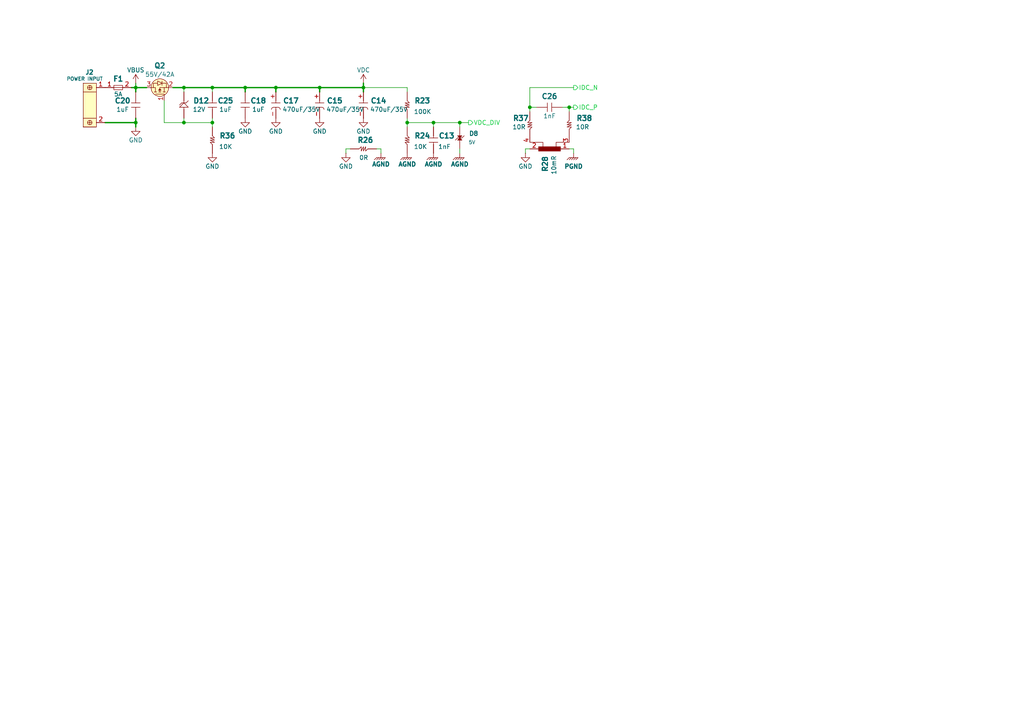
<source format=kicad_sch>
(kicad_sch (version 20231120) (generator "eeschema") (generator_version "8.0")
  (paper "A4")
  (title_block (title "THREE-PHASE MOTOR DRIVER") (date "2024-10-20") (rev "0.0") (company "SAMPI DEVELOPMENT KITS"))
  (lib_symbols
    (symbol "Liem:DIODE-ZEN" (pin_numbers hide) (pin_names hide)
      (property "Reference" "D" (at 3.81 0 0))
      (property "Value" "DIODE-ZEN" (at 3.81 -2.54 0))
      (symbol "DIODE-ZEN_0_1"
        (polyline (pts (xy 2.54 -5.08) (xy 3.175 -5.08)))
        (polyline (pts (xy 3.175 -3.81) (xy 3.175 -6.35)))
        (polyline (pts (xy 4.445 -5.715) (xy 5.08 -6.35)))
        (polyline (pts (xy 4.445 -5.08) (xy 5.08 -5.08)))
        (polyline (pts (xy 4.445 -4.445) (xy 3.81 -3.81)))
        (polyline (pts (xy 4.445 -4.445) (xy 4.445 -5.715)))
        (polyline (pts (xy 3.175 -3.81) (xy 4.445 -5.08) (xy 3.175 -6.35)))
      )
      (symbol "DIODE-ZEN_1_1"
        (pin bidirectional line (at 0 -5.08 0) (length 2.54) (name "A") (number "A"))
        (pin bidirectional line (at 7.62 -5.08 180) (length 2.54) (name "K") (number "K"))
      )
    )
    (symbol "Liem:FET_P-CH" (pin_names hide)
      (property "Reference" "Q" (at 6.985 -2.5399 0))
      (property "Value" "MFET P" (at 6.985 -5.0799 0))
      (symbol "FET_P-CH_0_1"
        (polyline (pts (xy 2.54 -5.461) (xy 2.54 -4.699)))
        (polyline (pts (xy 2.54 -3.429) (xy 2.54 -4.191)))
        (polyline (pts (xy 2.54 -2.159) (xy 2.54 -2.921)))
        (polyline (pts (xy 4.445 -4.445) (xy 5.715 -4.445)))
        (polyline (pts (xy 4.445 -3.175) (xy 5.715 -3.175)))
        (polyline (pts (xy 1.27 -5.08) (xy 1.905 -5.08) (xy 1.905 -2.54)))
        (polyline (pts (xy 2.54 -3.81) (xy 3.81 -3.81) (xy 3.81 -5.08)))
        (polyline (pts (xy 3.81 -6.35) (xy 3.81 -5.08) (xy 2.54 -5.08)))
        (polyline (pts (xy 3.81 -5.715) (xy 5.08 -5.715) (xy 5.08 -4.445)))
        (polyline (pts (xy 3.81 -1.905) (xy 5.08 -1.905) (xy 5.08 -3.175)))
        (polyline (pts (xy 3.81 -1.27) (xy 3.81 -2.54) (xy 2.54 -2.54)))
        (polyline (pts (xy 4.445 -3.175) (xy 5.08 -4.445) (xy 5.715 -3.175)))
      )
      (symbol "FET_P-CH_1_1"
        (polyline (pts (xy 3.048 -3.429) (xy 3.048 -4.191) (xy 3.429 -3.81) (xy 3.048 -3.429)) (fill (type outline)))
        (circle (center 3.81 -3.81) (radius 2.54) (fill (type background)))
        (pin bidirectional line (at 0 -5.08 0) (length 1.27) (name "G") (number "1"))
        (pin bidirectional line (at 3.81 -7.62 90) (length 1.27) (name "S") (number "2"))
        (pin bidirectional line (at 3.81 0 270) (length 1.27) (name "D") (number "3"))
      )
    )
    (symbol "Liem:SIL02" (pin_names hide)
      (property "Reference" "J" (at 5.08 -7.6199 0))
      (property "Value" "SIL02" (at 5.08 -10.16 0))
      (symbol "SIL02_0_1"
        (polyline (pts (xy 0.635 -12.7) (xy 4.445 -12.7)))
        (polyline (pts (xy 0.635 -5.08) (xy 4.445 -5.08)))
        (polyline (pts (xy 1.905 -13.97) (xy 3.175 -13.97)))
        (polyline (pts (xy 1.905 -3.81) (xy 3.175 -3.81)))
        (polyline (pts (xy 2.54 -13.335) (xy 2.54 -14.605)))
        (polyline (pts (xy 2.54 -3.175) (xy 2.54 -4.445)))
        (polyline (pts (xy 4.445 -15.24) (xy 0.635 -15.24)))
        (circle (center 2.54 -13.97) (radius 0.635))
        (circle (center 2.54 -3.81) (radius 0.635))
      )
      (symbol "SIL02_1_1"
        (rectangle (start 0.635 -2.54) (end 4.445 -15.24) (fill (type background)))
        (pin bidirectional line (at -1.905 -3.81 0) (length 2.54) (name "1") (number "1"))
        (pin bidirectional line (at -1.905 -13.97 0) (length 2.54) (name "2") (number "2"))
      )
    )
    (symbol "SAMPI:AGND" (power) (pin_names (offset 0))
      (property "Value" "AGND" (at 0 -3.175 0))
      (symbol "AGND_0_1"
        (polyline (pts (xy -1.27 -1.27) (xy -1.905 -1.905)))
        (polyline (pts (xy -1.27 -1.27) (xy 1.27 -1.27)))
        (polyline (pts (xy -0.635 -1.27) (xy -1.27 -1.905)))
        (polyline (pts (xy 0 -1.27) (xy -0.635 -1.905)))
        (polyline (pts (xy 0 0) (xy 0 -1.27)))
        (polyline (pts (xy 0.635 -1.27) (xy 0 -1.905)))
        (polyline (pts (xy 1.27 -1.27) (xy 0.635 -1.905)))
      )
      (symbol "AGND_1_1"
        (pin power_in line (at 0 0 90) (length 0) hide (name "AGND") (number "1"))
      )
    )
    (symbol "SAMPI:CERCAP" (pin_numbers hide) (pin_names hide)
      (property "Reference" "C" (at -1.905 1.905 0))
      (property "Value" "CerCap" (at -1.905 0 0))
      (symbol "CERCAP_0_1"
        (polyline (pts (xy 0 -2.54) (xy 0.635 -2.54)))
        (polyline (pts (xy 0.635 -1.27) (xy 0.635 -3.81)))
        (polyline (pts (xy 1.905 -2.54) (xy 2.54 -2.54)))
        (polyline (pts (xy 1.905 -1.27) (xy 1.905 -3.81)))
      )
      (symbol "CERCAP_1_1"
        (pin bidirectional line (at -2.54 -2.54 0) (length 2.54) (name "1") (number "1"))
        (pin bidirectional line (at 5.08 -2.54 180) (length 2.54) (name "2") (number "2"))
      )
    )
    (symbol "SAMPI:ELECCAP" (pin_names hide)
      (property "Reference" "C" (at -1.905 1.905 0))
      (property "Value" "Cer Cap" (at -1.905 0 0))
      (symbol "ELECCAP_0_1"
        (polyline (pts (xy 0.635 -1.27) (xy 0.635 -3.81)))
        (arc (start 2.54 -1.27) (mid 2.091 -1.456) (end 1.905 -1.905))
      )
      (symbol "ELECCAP_1_1"
        (polyline (pts (xy 0.635 -2.54) (xy 0 -2.54)))
        (polyline (pts (xy 1.905 -3.175) (xy 1.905 -1.905)))
        (polyline (pts (xy 2.54 -2.54) (xy 1.905 -2.54)))
        (arc (start 1.905 -3.175) (mid 2.091 -3.624) (end 2.54 -3.81))
        (pin bidirectional line (at -2.54 -2.54 0) (length 2.54) (name "+") (number "+"))
        (pin bidirectional line (at 5.08 -2.54 180) (length 2.54) (name "-") (number "-"))
      )
    )
    (symbol "SAMPI:FUSE" (pin_names hide)
      (property "Reference" "F" (at 0 1.905 0))
      (property "Value" "10A" (at 0.635 0 0))
      (symbol "FUSE_0_1"
        (rectangle (start -0.635 -1.905) (end 1.905 -3.175))
        (polyline (pts (xy 1.905 -2.54) (xy -0.635 -2.54)))
      )
      (symbol "FUSE_1_1"
        (pin bidirectional line (at -3.175 -2.54 0) (length 2.54) (name "1") (number "1"))
        (pin bidirectional line (at 4.445 -2.54 180) (length 2.54) (name "2") (number "2"))
      )
    )
    (symbol "SAMPI:PGND" (power) (pin_names (offset 0))
      (property "Value" "PGND" (at 0 -3.175 0))
      (symbol "PGND_0_1"
        (polyline (pts (xy -1.27 -1.27) (xy -1.905 -1.905)))
        (polyline (pts (xy -1.27 -1.27) (xy 1.27 -1.27)))
        (polyline (pts (xy -0.635 -1.27) (xy -1.27 -1.905)))
        (polyline (pts (xy 0 -1.27) (xy -0.635 -1.905)))
        (polyline (pts (xy 0 0) (xy 0 -1.27)))
        (polyline (pts (xy 0.635 -1.27) (xy 0 -1.905)))
        (polyline (pts (xy 1.27 -1.27) (xy 0.635 -1.905)))
      )
      (symbol "PGND_1_1"
        (pin power_in line (at 0 0 90) (length 0) hide (name "PGND") (number "1"))
      )
    )
    (symbol "SAMPI:RES" (pin_numbers hide) (pin_names hide)
      (property "Reference" "R" (at 0 1.905 0))
      (property "Value" "RES" (at 0 0 0))
      (symbol "RES_0_1"
        (polyline (pts (xy 0 -2.54) (xy 0.635 -1.905) (xy 0.635 -3.175) (xy 1.27 -1.905) (xy 1.27 -3.175) (xy 1.905 -1.905) (xy 1.905 -3.175) (xy 2.54 -2.54)))
      )
      (symbol "RES_1_1"
        (pin bidirectional line (at -2.54 -2.54 0) (length 2.54) (name "1") (number "1"))
        (pin bidirectional line (at 5.08 -2.54 180) (length 2.54) (name "2") (number "2"))
      )
    )
    (symbol "SAMPI:SHUNT" (pin_names hide)
      (property "Reference" "R" (at 0 0 0))
      (property "Value" "SHUNT" (at 0 -1.905 0))
      (symbol "SHUNT_0_1"
        (polyline (pts (xy -2.54 -6.35) (xy 1.27 -6.35) (xy 1.27 -5.08)))
        (polyline (pts (xy 8.89 -6.35) (xy 5.08 -6.35) (xy 5.08 -5.08)))
      )
      (symbol "SHUNT_1_1"
        (rectangle (start 0 -3.81) (end 6.35 -5.08) (fill (type outline)))
        (pin passive line (at -2.54 -4.445 0) (length 2.54) (name "1") (number "1"))
        (pin passive line (at 8.89 -4.445 180) (length 2.54) (name "2") (number "2"))
        (pin passive line (at -2.54 -7.62 90) (length 1.27) (name "3") (number "3"))
        (pin passive line (at 8.89 -7.62 90) (length 1.27) (name "4") (number "4"))
      )
    )
    (symbol "SAMPI:TVS" (pin_numbers hide) (pin_names hide)
      (property "Reference" "D" (at 0 0 0))
      (property "Value" "TVS" (at 0 -1.905 0))
      (symbol "TVS_0_1"
        (polyline (pts (xy 1.905 0) (xy 1.27 -0.635)))
        (polyline (pts (xy 3.175 0) (xy 1.905 0)))
        (polyline (pts (xy 3.175 0) (xy 3.81 0.635)))
      )
      (symbol "TVS_1_1"
        (polyline (pts (xy 2.54 0) (xy 3.175 -0.635) (xy 1.905 -0.635) (xy 2.54 0)) (fill (type outline)))
        (polyline (pts (xy 2.54 0) (xy 3.175 0.635) (xy 1.905 0.635) (xy 2.54 0)) (fill (type outline)))
        (pin passive line (at 2.54 3.175 270) (length 2.54) (name "1") (number "1"))
        (pin passive line (at 2.54 -3.175 90) (length 2.54) (name "2") (number "2"))
      )
    )
    (symbol "power:GND" (power) (pin_numbers hide) (pin_names (offset 0) hide)
      (property "Value" "GND" (at 0 -3.81 0))
      (symbol "GND_0_1"
        (polyline (pts (xy 0 0) (xy 0 -1.27) (xy 1.27 -1.27) (xy 0 -2.54) (xy -1.27 -1.27) (xy 0 -1.27)))
      )
      (symbol "GND_1_1"
        (pin power_in line (at 0 0 270) (length 0) (name "~") (number "1"))
      )
    )
    (symbol "power:VBUS" (power) (pin_numbers hide) (pin_names (offset 0) hide)
      (property "Value" "VBUS" (at 0 3.556 0))
      (symbol "VBUS_0_1"
        (polyline (pts (xy -0.762 1.27) (xy 0 2.54)))
        (polyline (pts (xy 0 0) (xy 0 2.54)))
        (polyline (pts (xy 0 2.54) (xy 0.762 1.27)))
      )
      (symbol "VBUS_1_1"
        (pin power_in line (at 0 0 90) (length 0) (name "~") (number "1"))
      )
    )
    (symbol "power:VDC" (power) (pin_numbers hide) (pin_names (offset 0) hide)
      (property "Value" "VDC" (at 0 3.556 0))
      (symbol "VDC_0_1"
        (polyline (pts (xy -0.762 1.27) (xy 0 2.54)))
        (polyline (pts (xy 0 0) (xy 0 2.54)))
        (polyline (pts (xy 0 2.54) (xy 0.762 1.27)))
      )
      (symbol "VDC_1_1"
        (pin power_in line (at 0 0 90) (length 0) (name "~") (number "1"))
      )
    )
  )
  (junction (at 71.12 25.4))
  (junction (at 61.595 25.4))
  (junction (at 61.595 35.56))
  (junction (at 153.67 31.115))
  (junction (at 92.71 25.4))
  (junction (at 165.1 31.115))
  (junction (at 125.73 35.56))
  (junction (at 53.34 25.4))
  (junction (at 39.37 35.56))
  (junction (at 118.11 35.56))
  (junction (at 80.01 25.4))
  (junction (at 53.34 35.56))
  (junction (at 39.37 25.4))
  (junction (at 133.35 35.56))
  (junction (at 105.41 25.4))
  (wire (pts (xy 39.37 35.56) (xy 39.37 36.83)) (stroke (width 0.381)))
  (wire (pts (xy 92.71 25.4) (xy 80.01 25.4)) (stroke (width 0.381)))
  (wire (pts (xy 118.11 26.67) (xy 118.11 25.4)))
  (wire (pts (xy 53.34 35.56) (xy 61.595 35.56)))
  (wire (pts (xy 61.595 35.56) (xy 61.595 34.29)))
  (wire (pts (xy 30.48 35.56) (xy 39.37 35.56)) (stroke (width 0.381)))
  (wire (pts (xy 105.41 26.67) (xy 105.41 25.4)) (stroke (width 0.381)))
  (wire (pts (xy 47.625 35.56) (xy 53.34 35.56)))
  (wire (pts (xy 61.595 35.56) (xy 61.595 36.83)))
  (wire (pts (xy 125.73 35.56) (xy 125.73 36.83)))
  (wire (pts (xy 118.11 35.56) (xy 125.73 35.56)))
  (wire (pts (xy 163.195 31.115) (xy 165.1 31.115)))
  (wire (pts (xy 155.575 31.115) (xy 153.67 31.115)))
  (wire (pts (xy 100.33 43.18) (xy 101.6 43.18)))
  (wire (pts (xy 125.73 35.56) (xy 133.35 35.56)))
  (wire (pts (xy 133.35 35.56) (xy 133.35 36.83)))
  (wire (pts (xy 50.165 25.4) (xy 53.34 25.4)) (stroke (width 0.381)))
  (wire (pts (xy 39.37 25.4) (xy 42.545 25.4)) (stroke (width 0.381)))
  (wire (pts (xy 47.625 29.21) (xy 47.625 35.56)))
  (wire (pts (xy 71.12 25.4) (xy 71.12 26.67)) (stroke (width 0.381)))
  (wire (pts (xy 133.35 44.45) (xy 133.35 43.18)))
  (wire (pts (xy 165.1 31.115) (xy 166.37 31.115)))
  (wire (pts (xy 105.41 25.4) (xy 92.71 25.4)) (stroke (width 0.381)))
  (wire (pts (xy 110.49 43.18) (xy 110.49 44.45)))
  (wire (pts (xy 39.37 24.13) (xy 39.37 25.4)) (stroke (width 0.254)))
  (wire (pts (xy 165.1 43.18) (xy 166.37 43.18)))
  (wire (pts (xy 109.22 43.18) (xy 110.49 43.18)))
  (wire (pts (xy 92.71 26.67) (xy 92.71 25.4)) (stroke (width 0.381)))
  (wire (pts (xy 53.34 35.56) (xy 53.34 34.29)))
  (wire (pts (xy 153.67 25.4) (xy 153.67 31.115)))
  (wire (pts (xy 61.595 25.4) (xy 71.12 25.4)) (stroke (width 0.381)))
  (wire (pts (xy 71.12 25.4) (xy 80.01 25.4)) (stroke (width 0.381)))
  (wire (pts (xy 53.34 25.4) (xy 61.595 25.4)) (stroke (width 0.381)))
  (wire (pts (xy 61.595 25.4) (xy 61.595 26.67)))
  (wire (pts (xy 105.41 24.13) (xy 105.41 25.4)) (stroke (width 0.381)))
  (wire (pts (xy 118.11 25.4) (xy 105.41 25.4)))
  (wire (pts (xy 153.67 31.115) (xy 153.67 32.385)))
  (wire (pts (xy 165.1 31.115) (xy 165.1 32.385)))
  (wire (pts (xy 166.37 43.18) (xy 166.37 44.45)))
  (wire (pts (xy 53.34 25.4) (xy 53.34 26.67)))
  (wire (pts (xy 133.35 35.56) (xy 135.89 35.56)))
  (wire (pts (xy 100.33 44.45) (xy 100.33 43.18)))
  (wire (pts (xy 152.4 44.45) (xy 152.4 43.18)))
  (wire (pts (xy 166.37 25.4) (xy 153.67 25.4)))
  (wire (pts (xy 118.11 36.83) (xy 118.11 35.56)))
  (wire (pts (xy 118.11 35.56) (xy 118.11 34.29)))
  (wire (pts (xy 80.01 26.67) (xy 80.01 25.4)) (stroke (width 0.381)))
  (wire (pts (xy 39.37 34.29) (xy 39.37 35.56)) (stroke (width 0.381)))
  (wire (pts (xy 152.4 43.18) (xy 153.67 43.18)))
  (wire (pts (xy 38.1 25.4) (xy 39.37 25.4)) (stroke (width 0.381)))
  (wire (pts (xy 39.37 25.4) (xy 39.37 26.67)) (stroke (width 0.381)))
  (hierarchical_label "VDC_DIV" (shape output) (at 135.89 35.56 0))
  (hierarchical_label "IDC_P" (shape output) (at 166.37 31.115 0))
  (hierarchical_label "IDC_N" (shape output) (at 166.37 25.4 0))
  (symbol (lib_id "SAMPI:ELECCAP") (at 107.95 29.21 270) (unit 1)
    (property "Reference" "C14" (at 107.315 29.2099 90) (effects (font (size 1.5 1.5) (bold yes)) (justify left)))
    (property "Value" "470uF/35V" (at 107.315 31.7499 90) (effects (justify left)))
    (property "Footprint" "SAMPI:CAP_ELEC-10.3x10.3-DIA10" (effects (hide yes)))
    (property "Description" "CAP ALUM 470UF 20% 35V SMD" (effects (hide yes)))
    (property "MFT" "Panasonic" (effects (hide yes)))
    (property "MNP" "EEE-FN1V471UL" (effects (hide yes)))
  )
  (symbol (lib_id "SAMPI:SHUNT") (at 162.56 47.625 180) (unit 1)
    (property "Reference" "R28" (at 158.1149 45.085 90) (effects (font (size 1.5 1.5) (bold yes)) (justify left)))
    (property "Value" "10mR" (at 160.6549 45.085 90) (effects (justify left)))
    (property "Footprint" "SAMPI:SHUNT_1206" (effects (hide yes)))
    (property "Description" "RES 10 OHM 5% 1/10W 0603" (effects (hide yes)))
    (property "MFT" "Yageo" (effects (hide yes)))
    (property "MNP" "RC0603JR-0710RL" (effects (hide yes)))
  )
  (symbol (lib_id "SAMPI:RES") (at 151.13 34.925 90) (mirror x) (unit 1)
    (property "Reference" "R37" (at 148.59 34.29 90) (effects (font (size 1.5 1.5) (bold yes)) (justify right)))
    (property "Value" "10R" (at 148.59 36.83 90) (effects (justify right)))
    (property "Footprint" "SAMPI:RES0603" (effects (hide yes)))
    (property "Description" "RES 0.01 OHM 1% 1W 1206" (effects (hide yes)))
    (property "MFT" "Yageo" (effects (hide yes)))
    (property "MNP" "PE1206FKF470R01Z" (effects (hide yes)))
  )
  (symbol (lib_id "SAMPI:FUSE") (at 33.655 22.86 0) (unit 1)
    (property "Reference" "F1" (at 34.29 22.86 0) (effects (font (size 1.5 1.5) (bold yes))))
    (property "Value" "5A" (at 34.29 27.305 0))
  )
  (symbol (lib_id "SAMPI:ELECCAP") (at 82.55 29.21 270) (unit 1)
    (property "Reference" "C17" (at 81.915 29.2099 90) (effects (font (size 1.5 1.5) (bold yes)) (justify left)))
    (property "Value" "470uF/35V" (at 81.915 31.7499 90) (effects (justify left)))
    (property "Footprint" "SAMPI:CAP_ELEC-10.3x10.3-DIA10" (effects (hide yes)))
    (property "Description" "CAP ALUM 470UF 20% 35V SMD" (effects (hide yes)))
    (property "MFT" "Panasonic" (effects (hide yes)))
    (property "MNP" "EEE-FN1V471UL" (effects (hide yes)))
  )
  (symbol (lib_id "power:GND") (at 100.33 44.45 0) (unit 1)
    (property "Reference" "#PWR048" (effects (hide yes)))
    (property "Value" "GND" (at 100.33 48.26 0))
    (property "Description" "Power symbol creates a global label with name \"GND\" , ground" (effects (hide yes)))
  )
  (symbol (lib_id "SAMPI:RES") (at 106.68 45.72 180) (unit 1)
    (property "Reference" "R26" (at 103.505 40.64 0) (effects (font (size 1.5 1.5) (bold yes)) (justify right)))
    (property "Value" "0R" (at 104.14 45.72 0) (effects (justify right)))
    (property "Footprint" "SAMPI:RES0603" (effects (hide yes)))
    (property "Description" "RES 0 OHM JUMPER 1/10W 0603" (effects (hide yes)))
    (property "MFT" "Yageo" (effects (hide yes)))
    (property "MNP" "RC0603JR-070RL" (effects (hide yes)))
  )
  (symbol (lib_id "power:VDC") (at 105.41 24.13 0) (mirror y) (unit 1)
    (property "Reference" "#PWR031" (effects (hide yes)))
    (property "Value" "VDC" (at 105.41 20.32 0))
    (property "Description" "Power symbol creates a global label with name \"VDC\"" (effects (hide yes)))
  )
  (symbol (lib_id "SAMPI:RES") (at 162.56 34.925 90) (mirror x) (unit 1)
    (property "Reference" "R38" (at 167.005 34.29 90) (effects (font (size 1.5 1.5) (bold yes)) (justify right)))
    (property "Value" "10R" (at 167.005 36.83 90) (effects (justify right)))
    (property "Footprint" "SAMPI:RES0603" (effects (hide yes)))
    (property "Description" "RES 0.01 OHM 1% 1W 1206" (effects (hide yes)))
    (property "MFT" "Yageo" (effects (hide yes)))
    (property "MNP" "PE1206FKF470R01Z" (effects (hide yes)))
  )
  (symbol (lib_id "SAMPI:ELECCAP") (at 95.25 29.21 270) (unit 1)
    (property "Reference" "C15" (at 94.615 29.2099 90) (effects (font (size 1.5 1.5) (bold yes)) (justify left)))
    (property "Value" "470uF/35V" (at 94.615 31.7499 90) (effects (justify left)))
    (property "Footprint" "SAMPI:CAP_ELEC-10.3x10.3-DIA10" (effects (hide yes)))
    (property "Description" "CAP ALUM 470UF 20% 35V SMD" (effects (hide yes)))
    (property "MFT" "Panasonic" (effects (hide yes)))
    (property "MNP" "EEE-FN1V471UL" (effects (hide yes)))
  )
  (symbol (lib_id "SAMPI:CERCAP") (at 123.19 41.91 90) (unit 1)
    (property "Reference" "C13" (at 129.54 39.37 90) (effects (font (size 1.5 1.5) (bold yes))))
    (property "Value" "1nF" (at 128.905 42.545 90))
    (property "Footprint" "SAMPI:CAP0603" (effects (hide yes)))
    (property "Description" "CAP CER 1000PF 50V C0G/NP0 0603" (effects (hide yes)))
    (property "MFT" "Samsung" (effects (hide yes)))
    (property "MNP" "CL10C102JB8NNNC" (effects (hide yes)))
  )
  (symbol (lib_id "Liem:DIODE-ZEN") (at 48.26 34.29 90) (unit 1)
    (property "Reference" "D12" (at 55.88 29.2099 90) (effects (font (size 1.5 1.5) (bold yes)) (justify right)))
    (property "Value" "12V" (at 55.88 31.7499 90) (effects (justify right)))
    (property "Footprint" "SAMPI:SOD-123" (effects (hide yes)))
    (property "Description" "DIODE ZENER 24V 500MW SOD123" (effects (hide yes)))
    (property "MFT" "Onsemi" (effects (hide yes)))
    (property "MNP" "MMSZ5252BT1G" (effects (hide yes)))
  )
  (symbol (lib_id "SAMPI:RES") (at 115.57 41.91 90) (unit 1)
    (property "Reference" "R24" (at 120.015 39.37 90) (effects (font (size 1.5 1.5) (bold yes)) (justify right)))
    (property "Value" "10K" (at 120.015 42.545 90) (effects (justify right)))
    (property "Footprint" "SAMPI:RES0603" (effects (hide yes)))
    (property "Description" "RES 10K OHM 5% 1/10W 0603" (effects (hide yes)))
    (property "MFT" "Yageo" (effects (hide yes)))
    (property "MNP" "RC0603JR-0710KL" (effects (hide yes)))
  )
  (symbol (lib_id "SAMPI:AGND") (at 125.73 44.45 0) (unit 1)
    (property "Reference" "#PWR027" (effects (hide yes)))
    (property "Value" "AGND" (at 125.73 47.625 0) (effects (font (bold yes))))
    (property "Description" "Power symbol creates a global label with name \"AGND\"" (effects (hide yes)))
  )
  (symbol (lib_id "Liem:SIL02") (at 28.575 21.59 0) (mirror y) (unit 1)
    (property "Reference" "J2" (at 27.305 20.955 0) (effects (font (bold yes)) (justify left)))
    (property "Value" "POWER INPUT" (at 29.845 22.86 0) (effects (font (size 1.016 1.016)) (justify left)))
    (property "Footprint" "SAMPI:TB-1x2x5.08-THRA" (effects (hide yes)))
    (property "Description" "TERM BLOCK HDR 2POS 90DEG 5.08MM" (effects (hide yes)))
    (property "MFT" "Würth Elektronik" (effects (hide yes)))
    (property "MNP" "691312510002" (effects (hide yes)))
  )
  (symbol (lib_id "SAMPI:AGND") (at 110.49 44.45 0) (unit 1)
    (property "Reference" "#PWR042" (effects (hide yes)))
    (property "Value" "AGND" (at 110.49 47.625 0) (effects (font (bold yes))))
    (property "Description" "Power symbol creates a global label with name \"AGND\"" (effects (hide yes)))
  )
  (symbol (lib_id "SAMPI:PGND") (at 166.37 44.45 0) (unit 1)
    (property "Reference" "#PWR013" (effects (hide yes)))
    (property "Value" "PGND" (at 166.37 48.26 0) (effects (font (bold yes))))
    (property "Description" "Power symbol creates a global label with name \"PGND\"" (effects (hide yes)))
  )
  (symbol (lib_id "power:VBUS") (at 39.37 24.13 0) (unit 1)
    (property "Reference" "#PWR058" (effects (hide yes)))
    (property "Value" "VBUS" (at 39.37 20.32 0))
    (property "Description" "Power symbol creates a global label with name \"VBUS\"" (effects (hide yes)))
  )
  (symbol (lib_id "power:GND") (at 105.41 34.29 0) (mirror y) (unit 1)
    (property "Reference" "#PWR032" (effects (hide yes)))
    (property "Value" "GND" (at 105.41 38.1 0))
    (property "Description" "Power symbol creates a global label with name \"GND\" , ground" (effects (hide yes)))
  )
  (symbol (lib_id "power:GND") (at 61.595 44.45 0) (mirror y) (unit 1)
    (property "Reference" "#PWR065" (effects (hide yes)))
    (property "Value" "GND" (at 61.595 48.26 0))
    (property "Description" "Power symbol creates a global label with name \"GND\" , ground" (effects (hide yes)))
  )
  (symbol (lib_id "SAMPI:RES") (at 59.055 41.91 90) (unit 1)
    (property "Reference" "R36" (at 63.5 39.37 90) (effects (font (size 1.5 1.5) (bold yes)) (justify right)))
    (property "Value" "10K" (at 63.5 42.545 90) (effects (justify right)))
    (property "Footprint" "SAMPI:RES0603" (effects (hide yes)))
    (property "Description" "RES 10K OHM 5% 1/10W 0603" (effects (hide yes)))
    (property "MFT" "Yageo" (effects (hide yes)))
    (property "MNP" "RC0603JR-0710KL" (effects (hide yes)))
  )
  (symbol (lib_id "SAMPI:CERCAP") (at 64.135 31.75 270) (mirror x) (unit 1)
    (property "Reference" "C25" (at 65.405 29.21 90) (effects (font (size 1.5 1.5) (bold yes))))
    (property "Value" "1uF" (at 65.405 31.75 90))
    (property "Footprint" "SAMPI:CAP0603" (effects (hide yes)))
    (property "Description" "CAP CER 1UF 35V X5R 0603" (effects (hide yes)))
    (property "MFT" "Samsung" (effects (hide yes)))
    (property "MNP" "CL10A105KL8NNNC" (effects (hide yes)))
  )
  (symbol (lib_id "SAMPI:CERCAP") (at 36.83 31.75 90) (unit 1)
    (property "Reference" "C20" (at 35.56 29.21 90) (effects (font (size 1.5 1.5) (bold yes))))
    (property "Value" "1uF" (at 35.56 31.75 90))
    (property "Footprint" "SAMPI:CAP0603" (effects (hide yes)))
    (property "Description" "CAP CER 1UF 35V X5R 0603" (effects (hide yes)))
    (property "MFT" "Samsung" (effects (hide yes)))
    (property "MNP" "CL10A105KL8NNNC" (effects (hide yes)))
  )
  (symbol (lib_id "SAMPI:CERCAP") (at 160.655 33.655 180) (unit 1)
    (property "Reference" "C26" (at 159.385 27.94 0) (effects (font (size 1.5 1.5) (bold yes))))
    (property "Value" "1nF" (at 159.385 33.655 0))
    (property "Footprint" "SAMPI:CAP0603" (effects (hide yes)))
    (property "Description" "CAP CER 1000PF 50V C0G/NP0 0603" (effects (hide yes)))
    (property "MFT" "Samsung" (effects (hide yes)))
    (property "MNP" "CL10C102JB8NNNC" (effects (hide yes)))
  )
  (symbol (lib_id "SAMPI:AGND") (at 133.35 44.45 0) (unit 1)
    (property "Reference" "#PWR030" (effects (hide yes)))
    (property "Value" "AGND" (at 133.35 47.625 0) (effects (font (bold yes))))
    (property "Description" "Power symbol creates a global label with name \"AGND\"" (effects (hide yes)))
  )
  (symbol (lib_id "SAMPI:CERCAP") (at 73.66 31.75 270) (mirror x) (unit 1)
    (property "Reference" "C18" (at 74.93 29.21 90) (effects (font (size 1.5 1.5) (bold yes))))
    (property "Value" "1uF" (at 74.93 31.75 90))
    (property "Footprint" "SAMPI:CAP0603" (effects (hide yes)))
    (property "Description" "CAP CER 1UF 35V X5R 0603" (effects (hide yes)))
    (property "MFT" "Samsung" (effects (hide yes)))
    (property "MNP" "CL10A105KL8NNNC" (effects (hide yes)))
  )
  (symbol (lib_id "SAMPI:AGND") (at 118.11 44.45 0) (unit 1)
    (property "Reference" "#PWR026" (effects (hide yes)))
    (property "Value" "AGND" (at 118.11 47.625 0) (effects (font (bold yes))))
    (property "Description" "Power symbol creates a global label with name \"AGND\"" (effects (hide yes)))
  )
  (symbol (lib_id "power:GND") (at 92.71 34.29 0) (mirror y) (unit 1)
    (property "Reference" "#PWR036" (effects (hide yes)))
    (property "Value" "GND" (at 92.71 38.1 0))
    (property "Description" "Power symbol creates a global label with name \"GND\" , ground" (effects (hide yes)))
  )
  (symbol (lib_id "Liem:FET_P-CH") (at 42.545 29.21 90) (unit 1)
    (property "Reference" "Q2" (at 46.355 19.05 90) (effects (font (size 1.5 1.5) (bold yes))))
    (property "Value" "55V/42A" (at 46.355 21.59 90))
    (property "Footprint" "SAMPI:D2PAK_TO-263" (effects (hide yes)))
    (property "Description" "MOSFET P-CH 55V 42A D2PAK" (effects (hide yes)))
    (property "MFT" "Infineon" (effects (hide yes)))
    (property "MNP" "IRF4905STRLPBF" (effects (hide yes)))
  )
  (symbol (lib_id "SAMPI:RES") (at 115.57 31.75 90) (unit 1)
    (property "Reference" "R23" (at 120.015 29.21 90) (effects (font (size 1.5 1.5) (bold yes)) (justify right)))
    (property "Value" "100K" (at 120.015 32.385 90) (effects (justify right)))
    (property "Footprint" "SAMPI:RES0603" (effects (hide yes)))
    (property "Description" "RES 100K OHM 5% 1/10W 0603" (effects (hide yes)))
    (property "MFT" "Yageo" (effects (hide yes)))
    (property "MNP" "RC0603JR-13100KL" (effects (hide yes)))
  )
  (symbol (lib_id "power:GND") (at 152.4 44.45 0) (mirror y) (unit 1)
    (property "Reference" "#PWR066" (effects (hide yes)))
    (property "Value" "GND" (at 152.4 48.26 0))
    (property "Description" "Power symbol creates a global label with name \"GND\" , ground" (effects (hide yes)))
  )
  (symbol (lib_id "power:GND") (at 80.01 34.29 0) (mirror y) (unit 1)
    (property "Reference" "#PWR040" (effects (hide yes)))
    (property "Value" "GND" (at 80.01 38.1 0))
    (property "Description" "Power symbol creates a global label with name \"GND\" , ground" (effects (hide yes)))
  )
  (symbol (lib_id "power:GND") (at 71.12 34.29 0) (mirror y) (unit 1)
    (property "Reference" "#PWR044" (effects (hide yes)))
    (property "Value" "GND" (at 71.12 38.1 0))
    (property "Description" "Power symbol creates a global label with name \"GND\" , ground" (effects (hide yes)))
  )
  (symbol (lib_id "power:GND") (at 39.37 36.83 0) (mirror y) (unit 1)
    (property "Reference" "#PWR052" (effects (hide yes)))
    (property "Value" "GND" (at 39.37 40.64 0))
    (property "Description" "Power symbol creates a global label with name \"GND\" , ground" (effects (hide yes)))
  )
  (symbol (lib_id "SAMPI:TVS") (at 130.81 40.005 0) (unit 1)
    (property "Reference" "D8" (at 135.89 38.7349 0) (effects (font (bold yes)) (justify left)))
    (property "Value" "5V" (at 135.89 41.275 0) (effects (font (size 1.016 1.016)) (justify left)))
    (property "Footprint" "SAMPI:SOD-923" (effects (hide yes)))
    (property "Description" "TVS DIODE 5VWM SOD923" (effects (hide yes)))
    (property "MNP" "DF2S6.2FS,L3M" (effects (hide yes)))
    (property "MFT" "Toshiba" (effects (hide yes)))
  )
)
</source>
